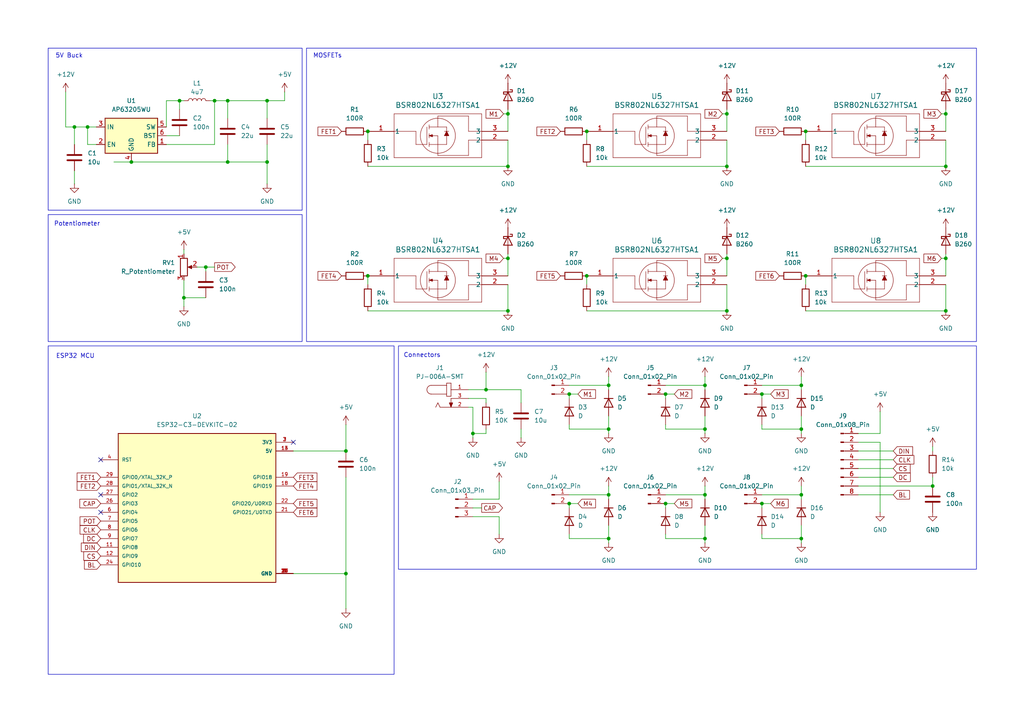
<source format=kicad_sch>
(kicad_sch (version 20231120) (generator "eeschema") (generator_version "8.0")
  (paper "A4")
  (lib_symbols
    (symbol "2024-11-24_04-14-59:BSR802NL6327HTSA1" (pin_names (offset 0.254))
      (property "Reference" "U" (at 20.32 10.16 0))
      (property "Value" "BSR802NL6327HTSA1" (at 20.32 7.62 0))
      (symbol "BSR802NL6327HTSA1_0_1"
        (pin unspecified line (at 0 0 0) (length 7.62) (name "1") (number "1"))
        (pin unspecified line (at 40.64 -2.54 180) (length 7.62) (name "2") (number "2"))
        (pin unspecified line (at 40.64 0 180) (length 7.62) (name "3") (number "3"))
      )
    )
    (symbol "Connector:Conn_01x02_Pin" (pin_names (offset 1.016) hide)
      (property "Reference" "J" (at 0 2.54 0))
      (property "Value" "Conn_01x02_Pin" (at 0 -5.08 0))
      (symbol "Conn_01x02_Pin_1_1"
        (pin passive line (at 5.08 0 180) (length 3.81) (name "Pin_1") (number "1"))
        (pin passive line (at 5.08 -2.54 180) (length 3.81) (name "Pin_2") (number "2"))
      )
    )
    (symbol "Connector:Conn_01x03_Pin" (pin_names (offset 1.016) hide)
      (property "Reference" "J" (at 0 5.08 0))
      (property "Value" "Conn_01x03_Pin" (at 0 -5.08 0))
      (symbol "Conn_01x03_Pin_1_1"
        (pin passive line (at 5.08 2.54 180) (length 3.81) (name "Pin_1") (number "1"))
        (pin passive line (at 5.08 0 180) (length 3.81) (name "Pin_2") (number "2"))
        (pin passive line (at 5.08 -2.54 180) (length 3.81) (name "Pin_3") (number "3"))
      )
    )
    (symbol "Connector:Conn_01x08_Pin" (pin_names (offset 1.016) hide)
      (property "Reference" "J" (at 0 10.16 0))
      (property "Value" "Conn_01x08_Pin" (at 0 -12.7 0))
      (symbol "Conn_01x08_Pin_1_1"
        (pin passive line (at 5.08 7.62 180) (length 3.81) (name "Pin_1") (number "1"))
        (pin passive line (at 5.08 5.08 180) (length 3.81) (name "Pin_2") (number "2"))
        (pin passive line (at 5.08 2.54 180) (length 3.81) (name "Pin_3") (number "3"))
        (pin passive line (at 5.08 0 180) (length 3.81) (name "Pin_4") (number "4"))
        (pin passive line (at 5.08 -2.54 180) (length 3.81) (name "Pin_5") (number "5"))
        (pin passive line (at 5.08 -5.08 180) (length 3.81) (name "Pin_6") (number "6"))
        (pin passive line (at 5.08 -7.62 180) (length 3.81) (name "Pin_7") (number "7"))
        (pin passive line (at 5.08 -10.16 180) (length 3.81) (name "Pin_8") (number "8"))
      )
    )
    (symbol "Device:C" (pin_numbers hide) (pin_names (offset 0.254))
      (property "Reference" "C" (at 0.635 2.54 0))
      (property "Value" "C" (at 0.635 -2.54 0))
      (symbol "C_1_1"
        (pin passive line (at 0 3.81 270) (length 2.794) (name "~") (number "1"))
        (pin passive line (at 0 -3.81 90) (length 2.794) (name "~") (number "2"))
      )
    )
    (symbol "Device:D" (pin_numbers hide) (pin_names (offset 1.016) hide)
      (property "Reference" "D" (at 0 2.54 0))
      (property "Value" "D" (at 0 -2.54 0))
      (symbol "D_1_1"
        (pin passive line (at -3.81 0 0) (length 2.54) (name "K") (number "1"))
        (pin passive line (at 3.81 0 180) (length 2.54) (name "A") (number "2"))
      )
    )
    (symbol "Device:L" (pin_numbers hide) (pin_names (offset 1.016) hide)
      (property "Reference" "L" (at -1.27 0 90))
      (property "Value" "L" (at 1.905 0 90))
      (symbol "L_1_1"
        (pin passive line (at 0 3.81 270) (length 1.27) (name "1") (number "1"))
        (pin passive line (at 0 -3.81 90) (length 1.27) (name "2") (number "2"))
      )
    )
    (symbol "Device:R" (pin_numbers hide) (pin_names (offset 0))
      (property "Reference" "R" (at 2.032 0 90))
      (property "Value" "R" (at 0 0 90))
      (symbol "R_1_1"
        (pin passive line (at 0 3.81 270) (length 1.27) (name "~") (number "1"))
        (pin passive line (at 0 -3.81 90) (length 1.27) (name "~") (number "2"))
      )
    )
    (symbol "Device:R_Potentiometer" (pin_names (offset 1.016) hide)
      (property "Reference" "RV" (at -4.445 0 90))
      (property "Value" "R_Potentiometer" (at -2.54 0 90))
      (symbol "R_Potentiometer_1_1"
        (pin passive line (at 0 3.81 270) (length 1.27) (name "1") (number "1"))
        (pin passive line (at 3.81 0 180) (length 1.27) (name "2") (number "2"))
        (pin passive line (at 0 -3.81 90) (length 1.27) (name "3") (number "3"))
      )
    )
    (symbol "Diode:B260" (pin_numbers hide) (pin_names (offset 1.016) hide)
      (property "Reference" "D" (at 0 2.54 0))
      (property "Value" "B260" (at 0 -2.54 0))
      (symbol "B260_1_1"
        (pin passive line (at -3.81 0 0) (length 2.54) (name "K") (number "1"))
        (pin passive line (at 3.81 0 180) (length 2.54) (name "A") (number "2"))
      )
    )
    (symbol "ESP32-C3-DEVKITC-02:ESP32-C3-DEVKITC-02" (pin_names (offset 1.016))
      (property "Reference" "U" (at -22.86 21.209 0))
      (property "Value" "ESP32-C3-DEVKITC-02" (at -22.86 -25.4 0))
      (symbol "ESP32-C3-DEVKITC-02_0_0"
        (pin power_in line (at 27.94 -20.32 180) (length 5.08) (name "GND") (number "1"))
        (pin power_in line (at 27.94 -20.32 180) (length 5.08) (name "GND") (number "10"))
        (pin bidirectional line (at -27.94 -12.7 0) (length 5.08) (name "GPIO8") (number "11"))
        (pin bidirectional line (at -27.94 -15.24 0) (length 5.08) (name "GPIO9") (number "12"))
        (pin power_in line (at 27.94 15.24 180) (length 5.08) (name "5V") (number "13"))
        (pin power_in line (at 27.94 15.24 180) (length 5.08) (name "5V") (number "14"))
        (pin power_in line (at 27.94 -20.32 180) (length 5.08) (name "GND") (number "15"))
        (pin power_in line (at 27.94 -20.32 180) (length 5.08) (name "GND") (number "16"))
        (pin power_in line (at 27.94 -20.32 180) (length 5.08) (name "GND") (number "17"))
        (pin bidirectional line (at 27.94 5.08 180) (length 5.08) (name "GPIO19") (number "18"))
        (pin bidirectional line (at 27.94 7.62 180) (length 5.08) (name "GPIO18") (number "19"))
        (pin power_in line (at 27.94 17.78 180) (length 5.08) (name "3V3") (number "2"))
        (pin power_in line (at 27.94 -20.32 180) (length 5.08) (name "GND") (number "20"))
        (pin bidirectional line (at 27.94 -2.54 180) (length 5.08) (name "GPIO21/U0TXD") (number "21"))
        (pin bidirectional line (at 27.94 0 180) (length 5.08) (name "GPIO20/U0RXD") (number "22"))
        (pin power_in line (at 27.94 -20.32 180) (length 5.08) (name "GND") (number "23"))
        (pin bidirectional line (at -27.94 -17.78 0) (length 5.08) (name "GPIO10") (number "24"))
        (pin power_in line (at 27.94 -20.32 180) (length 5.08) (name "GND") (number "25"))
        (pin bidirectional line (at -27.94 0 0) (length 5.08) (name "GPIO3") (number "26"))
        (pin bidirectional line (at -27.94 2.54 0) (length 5.08) (name "GPIO2") (number "27"))
        (pin bidirectional line (at -27.94 5.08 0) (length 5.08) (name "GPIO1/XTAL_32K_N") (number "28"))
        (pin bidirectional line (at -27.94 7.62 0) (length 5.08) (name "GPIO0/XTAL_32K_P") (number "29"))
        (pin power_in line (at 27.94 17.78 180) (length 5.08) (name "3V3") (number "3"))
        (pin power_in line (at 27.94 -20.32 180) (length 5.08) (name "GND") (number "30"))
        (pin input line (at -27.94 12.7 0) (length 5.08) (name "RST") (number "4"))
        (pin power_in line (at 27.94 -20.32 180) (length 5.08) (name "GND") (number "5"))
        (pin bidirectional line (at -27.94 -2.54 0) (length 5.08) (name "GPIO4") (number "6"))
        (pin bidirectional line (at -27.94 -5.08 0) (length 5.08) (name "GPIO5") (number "7"))
        (pin bidirectional line (at -27.94 -7.62 0) (length 5.08) (name "GPIO6") (number "8"))
        (pin bidirectional line (at -27.94 -10.16 0) (length 5.08) (name "GPIO7") (number "9"))
      )
    )
    (symbol "PJ-006A-SMT:PJ-006A-SMT" (pin_names (offset 1.016))
      (property "Reference" "J" (at -7.6253 5.0835 0))
      (property "Value" "PJ-006A-SMT" (at -7.6314 -5.0876 0))
      (symbol "PJ-006A-SMT_0_0"
        (pin passive line (at 5.08 2.54 180) (length 5.08) (name "~") (number "1"))
        (pin passive line (at 5.08 -2.54 180) (length 5.08) (name "~") (number "2"))
        (pin passive line (at 5.08 0 180) (length 5.08) (name "~") (number "3"))
      )
    )
    (symbol "Regulator_Switching:AP63205WU"
      (property "Reference" "U" (at -7.62 6.35 0))
      (property "Value" "AP63205WU" (at 2.54 6.35 0))
      (symbol "AP63205WU_1_1"
        (pin input line (at 10.16 -2.54 180) (length 2.54) (name "FB") (number "1"))
        (pin input line (at -10.16 -2.54 0) (length 2.54) (name "EN") (number "2"))
        (pin power_in line (at -10.16 2.54 0) (length 2.54) (name "IN") (number "3"))
        (pin power_in line (at 0 -7.62 90) (length 2.54) (name "GND") (number "4"))
        (pin output line (at 10.16 2.54 180) (length 2.54) (name "SW") (number "5"))
        (pin passive line (at 10.16 0 180) (length 2.54) (name "BST") (number "6"))
      )
    )
    (symbol "power:+12V" (power) (pin_numbers hide) (pin_names (offset 0) hide)
      (property "Value" "+12V" (at 0 3.556 0))
      (symbol "+12V_1_1"
        (pin power_in line (at 0 0 90) (length 0) (name "~") (number "1"))
      )
    )
    (symbol "power:+5V" (power) (pin_numbers hide) (pin_names (offset 0) hide)
      (property "Value" "+5V" (at 0 3.556 0))
      (symbol "+5V_1_1"
        (pin power_in line (at 0 0 90) (length 0) (name "~") (number "1"))
      )
    )
    (symbol "power:GND" (power) (pin_numbers hide) (pin_names (offset 0) hide)
      (property "Value" "GND" (at 0 -3.81 0))
      (symbol "GND_1_1"
        (pin power_in line (at 0 0 270) (length 0) (name "~") (number "1"))
      )
    )
  )
  (junction (at 147.32 90.17))
  (junction (at 38.1 46.99))
  (junction (at 106.68 38.1))
  (junction (at 137.16 125.73))
  (junction (at 140.97 113.03))
  (junction (at 204.47 124.46))
  (junction (at 210.82 33.02))
  (junction (at 220.98 114.3))
  (junction (at 176.53 156.21))
  (junction (at 52.07 29.21))
  (junction (at 147.32 48.26))
  (junction (at 165.1 146.05))
  (junction (at 204.47 143.51))
  (junction (at 176.53 111.76))
  (junction (at 193.04 114.3))
  (junction (at 232.41 156.21))
  (junction (at 210.82 90.17))
  (junction (at 170.18 38.1))
  (junction (at 77.47 46.99))
  (junction (at 274.32 90.17))
  (junction (at 100.33 166.37))
  (junction (at 62.23 29.21))
  (junction (at 25.4 36.83))
  (junction (at 210.82 48.26))
  (junction (at 77.47 29.21))
  (junction (at 270.51 140.97))
  (junction (at 232.41 143.51))
  (junction (at 232.41 124.46))
  (junction (at 165.1 114.3))
  (junction (at 66.04 46.99))
  (junction (at 233.68 38.1))
  (junction (at 274.32 33.02))
  (junction (at 176.53 143.51))
  (junction (at 274.32 48.26))
  (junction (at 193.04 146.05))
  (junction (at 100.33 130.81))
  (junction (at 66.04 29.21))
  (junction (at 233.68 80.01))
  (junction (at 147.32 74.93))
  (junction (at 220.98 146.05))
  (junction (at 274.32 74.93))
  (junction (at 59.69 77.47))
  (junction (at 210.82 74.93))
  (junction (at 176.53 124.46))
  (junction (at 21.59 36.83))
  (junction (at 204.47 111.76))
  (junction (at 106.68 80.01))
  (junction (at 147.32 33.02))
  (junction (at 204.47 156.21))
  (junction (at 170.18 80.01))
  (junction (at 53.34 86.36))
  (junction (at 232.41 111.76))
  (no_connect (at 29.21 148.59))
  (no_connect (at 29.21 133.35))
  (no_connect (at 29.21 143.51))
  (no_connect (at 85.09 128.27))
  (wire (pts (xy 53.34 86.36) (xy 59.69 86.36)))
  (wire (pts (xy 232.41 144.78) (xy 232.41 143.51)))
  (wire (pts (xy 85.09 130.81) (xy 100.33 130.81)))
  (wire (pts (xy 25.4 36.83) (xy 27.94 36.83)))
  (wire (pts (xy 165.1 146.05) (xy 165.1 147.32)))
  (wire (pts (xy 147.32 74.93) (xy 147.32 80.01)))
  (wire (pts (xy 82.55 26.67) (xy 82.55 29.21)))
  (wire (pts (xy 193.04 114.3) (xy 195.58 114.3)))
  (wire (pts (xy 193.04 123.19) (xy 193.04 124.46)))
  (wire (pts (xy 140.97 107.95) (xy 140.97 113.03)))
  (wire (pts (xy 165.1 114.3) (xy 167.64 114.3)))
  (wire (pts (xy 248.92 143.51) (xy 259.08 143.51)))
  (wire (pts (xy 147.32 40.64) (xy 147.32 48.26)))
  (wire (pts (xy 176.53 156.21) (xy 176.53 157.48)))
  (wire (pts (xy 248.92 125.73) (xy 255.27 125.73)))
  (wire (pts (xy 274.32 82.55) (xy 274.32 90.17)))
  (wire (pts (xy 220.98 111.76) (xy 232.41 111.76)))
  (wire (pts (xy 53.34 86.36) (xy 53.34 88.9)))
  (wire (pts (xy 193.04 146.05) (xy 195.58 146.05)))
  (wire (pts (xy 233.68 90.17) (xy 274.32 90.17)))
  (wire (pts (xy 137.16 144.78) (xy 144.78 144.78)))
  (wire (pts (xy 62.23 29.21) (xy 66.04 29.21)))
  (wire (pts (xy 140.97 124.46) (xy 140.97 125.73)))
  (wire (pts (xy 232.41 120.65) (xy 232.41 124.46)))
  (wire (pts (xy 204.47 124.46) (xy 204.47 125.73)))
  (wire (pts (xy 220.98 146.05) (xy 223.52 146.05)))
  (wire (pts (xy 204.47 109.22) (xy 204.47 111.76)))
  (wire (pts (xy 220.98 146.05) (xy 220.98 147.32)))
  (wire (pts (xy 274.32 33.02) (xy 274.32 38.1)))
  (wire (pts (xy 204.47 113.03) (xy 204.47 111.76)))
  (wire (pts (xy 52.07 29.21) (xy 52.07 31.75)))
  (wire (pts (xy 232.41 124.46) (xy 232.41 125.73)))
  (wire (pts (xy 25.4 41.91) (xy 27.94 41.91)))
  (wire (pts (xy 19.05 36.83) (xy 21.59 36.83)))
  (wire (pts (xy 176.53 120.65) (xy 176.53 124.46)))
  (wire (pts (xy 165.1 124.46) (xy 176.53 124.46)))
  (wire (pts (xy 210.82 40.64) (xy 210.82 48.26)))
  (wire (pts (xy 66.04 29.21) (xy 77.47 29.21)))
  (wire (pts (xy 232.41 156.21) (xy 232.41 157.48)))
  (wire (pts (xy 220.98 114.3) (xy 220.98 115.57)))
  (wire (pts (xy 66.04 46.99) (xy 77.47 46.99)))
  (wire (pts (xy 255.27 128.27) (xy 255.27 148.59)))
  (wire (pts (xy 151.13 124.46) (xy 151.13 127)))
  (wire (pts (xy 106.68 80.01) (xy 106.68 82.55)))
  (wire (pts (xy 21.59 36.83) (xy 21.59 41.91)))
  (wire (pts (xy 140.97 113.03) (xy 151.13 113.03)))
  (wire (pts (xy 165.1 123.19) (xy 165.1 124.46)))
  (wire (pts (xy 106.68 90.17) (xy 147.32 90.17)))
  (wire (pts (xy 220.98 154.94) (xy 220.98 156.21)))
  (wire (pts (xy 248.92 130.81) (xy 259.08 130.81)))
  (wire (pts (xy 204.47 144.78) (xy 204.47 143.51)))
  (wire (pts (xy 77.47 29.21) (xy 82.55 29.21)))
  (wire (pts (xy 165.1 111.76) (xy 176.53 111.76)))
  (wire (pts (xy 48.26 36.83) (xy 48.26 29.21)))
  (wire (pts (xy 209.55 33.02) (xy 210.82 33.02)))
  (wire (pts (xy 165.1 156.21) (xy 176.53 156.21)))
  (wire (pts (xy 193.04 124.46) (xy 204.47 124.46)))
  (wire (pts (xy 53.34 72.39) (xy 53.34 73.66)))
  (wire (pts (xy 176.53 113.03) (xy 176.53 111.76)))
  (wire (pts (xy 193.04 154.94) (xy 193.04 156.21)))
  (wire (pts (xy 204.47 120.65) (xy 204.47 124.46)))
  (wire (pts (xy 137.16 149.86) (xy 144.78 149.86)))
  (wire (pts (xy 144.78 149.86) (xy 144.78 154.94)))
  (wire (pts (xy 232.41 152.4) (xy 232.41 156.21)))
  (wire (pts (xy 77.47 46.99) (xy 77.47 53.34)))
  (wire (pts (xy 137.16 125.73) (xy 137.16 127)))
  (wire (pts (xy 220.98 124.46) (xy 232.41 124.46)))
  (wire (pts (xy 255.27 119.38) (xy 255.27 125.73)))
  (wire (pts (xy 19.05 26.67) (xy 19.05 36.83)))
  (wire (pts (xy 176.53 140.97) (xy 176.53 143.51)))
  (wire (pts (xy 85.09 166.37) (xy 100.33 166.37)))
  (wire (pts (xy 66.04 46.99) (xy 66.04 41.91)))
  (wire (pts (xy 176.53 124.46) (xy 176.53 125.73)))
  (wire (pts (xy 220.98 156.21) (xy 232.41 156.21)))
  (wire (pts (xy 210.82 82.55) (xy 210.82 90.17)))
  (wire (pts (xy 135.89 113.03) (xy 140.97 113.03)))
  (wire (pts (xy 204.47 156.21) (xy 204.47 157.48)))
  (wire (pts (xy 140.97 125.73) (xy 137.16 125.73)))
  (wire (pts (xy 270.51 129.54) (xy 270.51 130.81)))
  (wire (pts (xy 147.32 33.02) (xy 147.32 38.1)))
  (wire (pts (xy 270.51 138.43) (xy 270.51 140.97)))
  (wire (pts (xy 220.98 143.51) (xy 232.41 143.51)))
  (wire (pts (xy 248.92 138.43) (xy 259.08 138.43)))
  (wire (pts (xy 210.82 73.66) (xy 210.82 74.93)))
  (wire (pts (xy 176.53 152.4) (xy 176.53 156.21)))
  (wire (pts (xy 210.82 74.93) (xy 210.82 80.01)))
  (wire (pts (xy 274.32 31.75) (xy 274.32 33.02)))
  (wire (pts (xy 232.41 109.22) (xy 232.41 111.76)))
  (wire (pts (xy 38.1 46.99) (xy 66.04 46.99)))
  (wire (pts (xy 135.89 118.11) (xy 137.16 118.11)))
  (wire (pts (xy 165.1 146.05) (xy 167.64 146.05)))
  (wire (pts (xy 204.47 152.4) (xy 204.47 156.21)))
  (wire (pts (xy 170.18 80.01) (xy 170.18 82.55)))
  (wire (pts (xy 146.05 74.93) (xy 147.32 74.93)))
  (wire (pts (xy 209.55 74.93) (xy 210.82 74.93)))
  (wire (pts (xy 210.82 33.02) (xy 210.82 38.1)))
  (wire (pts (xy 176.53 144.78) (xy 176.53 143.51)))
  (wire (pts (xy 170.18 38.1) (xy 170.18 40.64)))
  (wire (pts (xy 248.92 135.89) (xy 259.08 135.89)))
  (wire (pts (xy 77.47 29.21) (xy 77.47 34.29)))
  (wire (pts (xy 140.97 115.57) (xy 140.97 116.84)))
  (wire (pts (xy 106.68 48.26) (xy 147.32 48.26)))
  (wire (pts (xy 151.13 113.03) (xy 151.13 116.84)))
  (wire (pts (xy 193.04 111.76) (xy 204.47 111.76)))
  (wire (pts (xy 165.1 114.3) (xy 165.1 115.57)))
  (wire (pts (xy 147.32 73.66) (xy 147.32 74.93)))
  (wire (pts (xy 233.68 38.1) (xy 233.68 40.64)))
  (wire (pts (xy 100.33 123.19) (xy 100.33 130.81)))
  (wire (pts (xy 232.41 140.97) (xy 232.41 143.51)))
  (wire (pts (xy 100.33 138.43) (xy 100.33 166.37)))
  (wire (pts (xy 274.32 73.66) (xy 274.32 74.93)))
  (wire (pts (xy 59.69 77.47) (xy 59.69 78.74)))
  (wire (pts (xy 137.16 147.32) (xy 139.7 147.32)))
  (wire (pts (xy 170.18 48.26) (xy 210.82 48.26)))
  (wire (pts (xy 52.07 29.21) (xy 53.34 29.21)))
  (wire (pts (xy 21.59 49.53) (xy 21.59 53.34)))
  (wire (pts (xy 220.98 114.3) (xy 223.52 114.3)))
  (wire (pts (xy 233.68 80.01) (xy 233.68 82.55)))
  (wire (pts (xy 62.23 41.91) (xy 62.23 29.21)))
  (wire (pts (xy 273.05 33.02) (xy 274.32 33.02)))
  (wire (pts (xy 147.32 31.75) (xy 147.32 33.02)))
  (wire (pts (xy 274.32 74.93) (xy 274.32 80.01)))
  (wire (pts (xy 21.59 36.83) (xy 25.4 36.83)))
  (wire (pts (xy 176.53 109.22) (xy 176.53 111.76)))
  (wire (pts (xy 193.04 143.51) (xy 204.47 143.51)))
  (wire (pts (xy 25.4 36.83) (xy 25.4 41.91)))
  (wire (pts (xy 77.47 46.99) (xy 77.47 41.91)))
  (wire (pts (xy 165.1 143.51) (xy 176.53 143.51)))
  (wire (pts (xy 100.33 166.37) (xy 100.33 176.53)))
  (wire (pts (xy 106.68 38.1) (xy 106.68 40.64)))
  (wire (pts (xy 57.15 77.47) (xy 59.69 77.47)))
  (wire (pts (xy 66.04 29.21) (xy 66.04 34.29)))
  (wire (pts (xy 48.26 39.37) (xy 52.07 39.37)))
  (wire (pts (xy 146.05 33.02) (xy 147.32 33.02)))
  (wire (pts (xy 220.98 123.19) (xy 220.98 124.46)))
  (wire (pts (xy 232.41 113.03) (xy 232.41 111.76)))
  (wire (pts (xy 48.26 41.91) (xy 62.23 41.91)))
  (wire (pts (xy 59.69 77.47) (xy 62.23 77.47)))
  (wire (pts (xy 147.32 82.55) (xy 147.32 90.17)))
  (wire (pts (xy 233.68 48.26) (xy 274.32 48.26)))
  (wire (pts (xy 248.92 133.35) (xy 259.08 133.35)))
  (wire (pts (xy 193.04 156.21) (xy 204.47 156.21)))
  (wire (pts (xy 193.04 146.05) (xy 193.04 147.32)))
  (wire (pts (xy 137.16 118.11) (xy 137.16 125.73)))
  (wire (pts (xy 170.18 90.17) (xy 210.82 90.17)))
  (wire (pts (xy 53.34 81.28) (xy 53.34 86.36)))
  (wire (pts (xy 33.02 46.99) (xy 38.1 46.99)))
  (wire (pts (xy 135.89 115.57) (xy 140.97 115.57)))
  (wire (pts (xy 193.04 114.3) (xy 193.04 115.57)))
  (wire (pts (xy 144.78 139.7) (xy 144.78 144.78)))
  (wire (pts (xy 274.32 40.64) (xy 274.32 48.26)))
  (wire (pts (xy 165.1 154.94) (xy 165.1 156.21)))
  (wire (pts (xy 273.05 74.93) (xy 274.32 74.93)))
  (wire (pts (xy 248.92 140.97) (xy 270.51 140.97)))
  (wire (pts (xy 248.92 128.27) (xy 255.27 128.27)))
  (wire (pts (xy 60.96 29.21) (xy 62.23 29.21)))
  (wire (pts (xy 210.82 31.75) (xy 210.82 33.02)))
  (wire (pts (xy 48.26 29.21) (xy 52.07 29.21)))
  (wire (pts (xy 204.47 140.97) (xy 204.47 143.51)))
  (rectangle (start 88.9 13.97) (end 283.21 99.06))
  (rectangle (start 13.97 62.23) (end 87.63 99.06))
  (rectangle (start 13.97 13.97) (end 87.63 60.96))
  (rectangle (start 13.97 100.33) (end 114.3 195.58))
  (rectangle (start 115.57 100.33) (end 283.21 165.1))
  (text "ESP32 MCU\n" (at 21.844 103.378 0) (effects (font (size 1.27 1.27))))
  (text "5V Buck" (at 20.066 16.256 0) (effects (font (size 1.27 1.27))))
  (text "Connectors\n" (at 122.428 103.124 0) (effects (font (size 1.27 1.27))))
  (text "Potentiometer\n" (at 22.352 65.024 0) (effects (font (size 1.27 1.27))))
  (text "MOSFETs\n" (at 94.996 16.256 0) (effects (font (size 1.27 1.27))))
  (global_label "M1" (shape input) (at 167.64 114.3 0) (property "Intersheetrefs" "${INTERSHEET_REFS}" (effects (hide yes))))
  (global_label "FET6" (shape input) (at 85.09 148.59 0) (property "Intersheetrefs" "${INTERSHEET_REFS}" (effects (hide yes))))
  (global_label "M6" (shape input) (at 273.05 74.93 180) (property "Intersheetrefs" "${INTERSHEET_REFS}" (effects (hide yes))))
  (global_label "FET5" (shape input) (at 162.56 80.01 180) (property "Intersheetrefs" "${INTERSHEET_REFS}" (effects (hide yes))))
  (global_label "M5" (shape input) (at 209.55 74.93 180) (property "Intersheetrefs" "${INTERSHEET_REFS}" (effects (hide yes))))
  (global_label "POT" (shape input) (at 29.21 151.13 180) (property "Intersheetrefs" "${INTERSHEET_REFS}" (effects (hide yes))))
  (global_label "FET1" (shape input) (at 29.21 138.43 180) (property "Intersheetrefs" "${INTERSHEET_REFS}" (effects (hide yes))))
  (global_label "FET1" (shape input) (at 99.06 38.1 180) (property "Intersheetrefs" "${INTERSHEET_REFS}" (effects (hide yes))))
  (global_label "M2" (shape input) (at 195.58 114.3 0) (property "Intersheetrefs" "${INTERSHEET_REFS}" (effects (hide yes))))
  (global_label "FET4" (shape input) (at 99.06 80.01 180) (property "Intersheetrefs" "${INTERSHEET_REFS}" (effects (hide yes))))
  (global_label "M4" (shape input) (at 146.05 74.93 180) (property "Intersheetrefs" "${INTERSHEET_REFS}" (effects (hide yes))))
  (global_label "M3" (shape input) (at 223.52 114.3 0) (property "Intersheetrefs" "${INTERSHEET_REFS}" (effects (hide yes))))
  (global_label "CAP" (shape input) (at 29.21 146.05 180) (property "Intersheetrefs" "${INTERSHEET_REFS}" (effects (hide yes))))
  (global_label "FET3" (shape input) (at 85.09 138.43 0) (property "Intersheetrefs" "${INTERSHEET_REFS}" (effects (hide yes))))
  (global_label "FET4" (shape input) (at 85.09 140.97 0) (property "Intersheetrefs" "${INTERSHEET_REFS}" (effects (hide yes))))
  (global_label "DC" (shape input) (at 29.21 156.21 180) (property "Intersheetrefs" "${INTERSHEET_REFS}" (effects (hide yes))))
  (global_label "DIN" (shape input) (at 259.08 130.81 0) (property "Intersheetrefs" "${INTERSHEET_REFS}" (effects (hide yes))))
  (global_label "M6" (shape input) (at 223.52 146.05 0) (property "Intersheetrefs" "${INTERSHEET_REFS}" (effects (hide yes))))
  (global_label "M4" (shape input) (at 167.64 146.05 0) (property "Intersheetrefs" "${INTERSHEET_REFS}" (effects (hide yes))))
  (global_label "CLK" (shape input) (at 259.08 133.35 0) (property "Intersheetrefs" "${INTERSHEET_REFS}" (effects (hide yes))))
  (global_label "FET2" (shape input) (at 29.21 140.97 180) (property "Intersheetrefs" "${INTERSHEET_REFS}" (effects (hide yes))))
  (global_label "M5" (shape input) (at 195.58 146.05 0) (property "Intersheetrefs" "${INTERSHEET_REFS}" (effects (hide yes))))
  (global_label "CLK" (shape input) (at 29.21 153.67 180) (property "Intersheetrefs" "${INTERSHEET_REFS}" (effects (hide yes))))
  (global_label "DC" (shape input) (at 259.08 138.43 0) (property "Intersheetrefs" "${INTERSHEET_REFS}" (effects (hide yes))))
  (global_label "FET5" (shape input) (at 85.09 146.05 0) (property "Intersheetrefs" "${INTERSHEET_REFS}" (effects (hide yes))))
  (global_label "FET2" (shape input) (at 162.56 38.1 180) (property "Intersheetrefs" "${INTERSHEET_REFS}" (effects (hide yes))))
  (global_label "M2" (shape input) (at 209.55 33.02 180) (property "Intersheetrefs" "${INTERSHEET_REFS}" (effects (hide yes))))
  (global_label "M1" (shape input) (at 146.05 33.02 180) (property "Intersheetrefs" "${INTERSHEET_REFS}" (effects (hide yes))))
  (global_label "M3" (shape input) (at 273.05 33.02 180) (property "Intersheetrefs" "${INTERSHEET_REFS}" (effects (hide yes))))
  (global_label "FET3" (shape input) (at 226.06 38.1 180) (property "Intersheetrefs" "${INTERSHEET_REFS}" (effects (hide yes))))
  (global_label "POT" (shape output) (at 62.23 77.47 0) (property "Intersheetrefs" "${INTERSHEET_REFS}" (effects (hide yes))))
  (global_label "CS" (shape input) (at 29.21 161.29 180) (property "Intersheetrefs" "${INTERSHEET_REFS}" (effects (hide yes))))
  (global_label "BL" (shape input) (at 259.08 143.51 0) (property "Intersheetrefs" "${INTERSHEET_REFS}" (effects (hide yes))))
  (global_label "FET6" (shape input) (at 226.06 80.01 180) (property "Intersheetrefs" "${INTERSHEET_REFS}" (effects (hide yes))))
  (global_label "DIN" (shape input) (at 29.21 158.75 180) (property "Intersheetrefs" "${INTERSHEET_REFS}" (effects (hide yes))))
  (global_label "BL" (shape input) (at 29.21 163.83 180) (property "Intersheetrefs" "${INTERSHEET_REFS}" (effects (hide yes))))
  (global_label "CAP" (shape output) (at 139.7 147.32 0) (property "Intersheetrefs" "${INTERSHEET_REFS}" (effects (hide yes))))
  (global_label "CS" (shape input) (at 259.08 135.89 0) (property "Intersheetrefs" "${INTERSHEET_REFS}" (effects (hide yes))))
  (symbol (lib_id "power:+12V") (at 204.47 109.22 0) (unit 1)
    (property "Reference" "#PWR022" (effects (hide yes)))
    (property "Value" "+12V" (at 204.47 104.14 0))
    (property "Description" "Power symbol creates a global label with name \"+12V\"" (effects (hide yes)))
  )
  (symbol (lib_id "2024-11-24_04-14-59:BSR802NL6327HTSA1") (at 106.68 38.1 0) (unit 1)
    (property "Reference" "U3" (at 127 27.94 0) (effects (font (size 1.524 1.524))))
    (property "Value" "BSR802NL6327HTSA1" (at 127 30.48 0) (effects (font (size 1.524 1.524))))
    (property "Footprint" "PG-SC59_INF" (effects (hide yes)))
    (property "Datasheet" "BSR802NL6327HTSA1" (effects (hide yes)))
  )
  (symbol (lib_id "power:GND") (at 144.78 154.94 0) (unit 1)
    (property "Reference" "#PWR012" (effects (hide yes)))
    (property "Value" "GND" (at 144.78 160.02 0))
    (property "Description" "Power symbol creates a global label with name \"GND\" , ground" (effects (hide yes)))
  )
  (symbol (lib_id "Device:R") (at 106.68 44.45 0) (unit 1)
    (property "Reference" "R3" (at 109.22 43.1799 0) (effects (justify left)))
    (property "Value" "10k" (at 109.22 45.7199 0) (effects (justify left)))
    (property "Description" "Resistor" (effects (hide yes)))
  )
  (symbol (lib_id "power:+12V") (at 274.32 66.04 0) (unit 1)
    (property "Reference" "#PWR040" (effects (hide yes)))
    (property "Value" "+12V" (at 274.32 60.96 0))
    (property "Description" "Power symbol creates a global label with name \"+12V\"" (effects (hide yes)))
  )
  (symbol (lib_id "2024-11-24_04-14-59:BSR802NL6327HTSA1") (at 170.18 38.1 0) (unit 1)
    (property "Reference" "U5" (at 190.5 27.94 0) (effects (font (size 1.524 1.524))))
    (property "Value" "BSR802NL6327HTSA1" (at 190.5 30.48 0) (effects (font (size 1.524 1.524))))
    (property "Footprint" "PG-SC59_INF" (effects (hide yes)))
    (property "Datasheet" "BSR802NL6327HTSA1" (effects (hide yes)))
  )
  (symbol (lib_id "power:GND") (at 147.32 90.17 0) (unit 1)
    (property "Reference" "#PWR016" (effects (hide yes)))
    (property "Value" "GND" (at 147.32 95.25 0))
    (property "Description" "Power symbol creates a global label with name \"GND\" , ground" (effects (hide yes)))
  )
  (symbol (lib_id "Device:C") (at 52.07 35.56 180) (unit 1)
    (property "Reference" "C2" (at 55.88 34.2899 0) (effects (justify right)))
    (property "Value" "100n" (at 55.88 36.8299 0) (effects (justify right)))
    (property "Description" "Unpolarized capacitor" (effects (hide yes)))
  )
  (symbol (lib_id "Device:C") (at 21.59 45.72 0) (unit 1)
    (property "Reference" "C1" (at 25.4 44.4499 0) (effects (justify left)))
    (property "Value" "10u" (at 25.4 46.9899 0) (effects (justify left)))
    (property "Description" "Unpolarized capacitor" (effects (hide yes)))
  )
  (symbol (lib_id "power:+12V") (at 19.05 26.67 0) (unit 1)
    (property "Reference" "#PWR01" (effects (hide yes)))
    (property "Value" "+12V" (at 19.05 21.59 0))
    (property "Description" "Power symbol creates a global label with name \"+12V\"" (effects (hide yes)))
  )
  (symbol (lib_id "power:GND") (at 255.27 148.59 0) (unit 1)
    (property "Reference" "#PWR035" (effects (hide yes)))
    (property "Value" "GND" (at 255.27 153.67 0))
    (property "Description" "Power symbol creates a global label with name \"GND\" , ground" (effects (hide yes)))
  )
  (symbol (lib_id "power:GND") (at 270.51 148.59 0) (unit 1)
    (property "Reference" "#PWR037" (effects (hide yes)))
    (property "Value" "GND" (at 270.51 153.67 0))
    (property "Description" "Power symbol creates a global label with name \"GND\" , ground" (effects (hide yes)))
  )
  (symbol (lib_id "2024-11-24_04-14-59:BSR802NL6327HTSA1") (at 233.68 80.01 0) (unit 1)
    (property "Reference" "U8" (at 254 69.85 0) (effects (font (size 1.524 1.524))))
    (property "Value" "BSR802NL6327HTSA1" (at 254 72.39 0) (effects (font (size 1.524 1.524))))
    (property "Footprint" "PG-SC59_INF" (effects (hide yes)))
    (property "Datasheet" "BSR802NL6327HTSA1" (effects (hide yes)))
  )
  (symbol (lib_id "Device:R") (at 166.37 80.01 90) (unit 1)
    (property "Reference" "R7" (at 166.37 73.66 90))
    (property "Value" "100R" (at 166.37 76.2 90))
    (property "Description" "Resistor" (effects (hide yes)))
  )
  (symbol (lib_id "power:GND") (at 21.59 53.34 0) (unit 1)
    (property "Reference" "#PWR02" (effects (hide yes)))
    (property "Value" "GND" (at 21.59 58.42 0))
    (property "Description" "Power symbol creates a global label with name \"GND\" , ground" (effects (hide yes)))
  )
  (symbol (lib_id "power:GND") (at 176.53 157.48 0) (unit 1)
    (property "Reference" "#PWR021" (effects (hide yes)))
    (property "Value" "GND" (at 176.53 162.56 0))
    (property "Description" "Power symbol creates a global label with name \"GND\" , ground" (effects (hide yes)))
  )
  (symbol (lib_id "power:+12V") (at 210.82 24.13 0) (unit 1)
    (property "Reference" "#PWR026" (effects (hide yes)))
    (property "Value" "+12V" (at 210.82 19.05 0))
    (property "Description" "Power symbol creates a global label with name \"+12V\"" (effects (hide yes)))
  )
  (symbol (lib_id "2024-11-24_04-14-59:BSR802NL6327HTSA1") (at 170.18 80.01 0) (unit 1)
    (property "Reference" "U6" (at 190.5 69.85 0) (effects (font (size 1.524 1.524))))
    (property "Value" "BSR802NL6327HTSA1" (at 190.5 72.39 0) (effects (font (size 1.524 1.524))))
    (property "Footprint" "PG-SC59_INF" (effects (hide yes)))
    (property "Datasheet" "BSR802NL6327HTSA1" (effects (hide yes)))
  )
  (symbol (lib_id "Connector:Conn_01x08_Pin") (at 243.84 133.35 0) (unit 1)
    (property "Reference" "J9" (at 244.475 120.65 0))
    (property "Value" "Conn_01x08_Pin" (at 244.475 123.19 0))
    (property "Description" "Generic connector, single row, 01x08, script generated" (effects (hide yes)))
  )
  (symbol (lib_id "power:GND") (at 137.16 127 0) (unit 1)
    (property "Reference" "#PWR09" (effects (hide yes)))
    (property "Value" "GND" (at 137.16 132.08 0))
    (property "Description" "Power symbol creates a global label with name \"GND\" , ground" (effects (hide yes)))
  )
  (symbol (lib_id "power:GND") (at 210.82 90.17 0) (unit 1)
    (property "Reference" "#PWR029" (effects (hide yes)))
    (property "Value" "GND" (at 210.82 95.25 0))
    (property "Description" "Power symbol creates a global label with name \"GND\" , ground" (effects (hide yes)))
  )
  (symbol (lib_id "Device:C") (at 66.04 38.1 0) (unit 1)
    (property "Reference" "C4" (at 69.85 36.8299 0) (effects (justify left)))
    (property "Value" "22u" (at 69.85 39.3699 0) (effects (justify left)))
    (property "Description" "Unpolarized capacitor" (effects (hide yes)))
  )
  (symbol (lib_id "Diode:B260") (at 210.82 69.85 270) (unit 1)
    (property "Reference" "D12" (at 213.36 68.2624 90) (effects (justify left)))
    (property "Value" "B260" (at 213.36 70.8024 90) (effects (justify left)))
    (property "Footprint" "Diode_SMD:D_SMB" (effects (hide yes)))
    (property "Datasheet" "http://www.jameco.com/Jameco/Products/ProdDS/1538777.pdf" (effects (hide yes)))
    (property "Description" "60V 2A Schottky Barrier Rectifier Diode, SMB" (effects (hide yes)))
  )
  (symbol (lib_id "power:GND") (at 53.34 88.9 0) (unit 1)
    (property "Reference" "#PWR04" (effects (hide yes)))
    (property "Value" "GND" (at 53.34 93.98 0))
    (property "Description" "Power symbol creates a global label with name \"GND\" , ground" (effects (hide yes)))
  )
  (symbol (lib_id "power:GND") (at 151.13 127 0) (unit 1)
    (property "Reference" "#PWR017" (effects (hide yes)))
    (property "Value" "GND" (at 151.13 132.08 0))
    (property "Description" "Power symbol creates a global label with name \"GND\" , ground" (effects (hide yes)))
  )
  (symbol (lib_id "Device:D") (at 193.04 119.38 270) (unit 1)
    (property "Reference" "D7" (at 195.58 118.1099 90) (effects (justify left)))
    (property "Value" "D" (at 195.58 120.6499 90) (effects (justify left)))
    (property "Description" "Diode" (effects (hide yes)))
    (property "Sim.Device" "D" (effects (hide yes)))
    (property "Sim.Pins" "1=K 2=A" (effects (hide yes)))
  )
  (symbol (lib_id "Device:C") (at 270.51 144.78 0) (unit 1)
    (property "Reference" "C8" (at 274.32 143.5099 0) (effects (justify left)))
    (property "Value" "100n" (at 274.32 146.0499 0) (effects (justify left)))
    (property "Description" "Unpolarized capacitor" (effects (hide yes)))
  )
  (symbol (lib_id "Device:D") (at 165.1 119.38 270) (unit 1)
    (property "Reference" "D3" (at 167.64 118.1099 90) (effects (justify left)))
    (property "Value" "D" (at 167.64 120.6499 90) (effects (justify left)))
    (property "Description" "Diode" (effects (hide yes)))
    (property "Sim.Device" "D" (effects (hide yes)))
    (property "Sim.Pins" "1=K 2=A" (effects (hide yes)))
  )
  (symbol (lib_id "Device:D") (at 232.41 148.59 270) (unit 1)
    (property "Reference" "D16" (at 234.95 147.3199 90) (effects (justify left)))
    (property "Value" "D" (at 234.95 149.8599 90) (effects (justify left)))
    (property "Description" "Diode" (effects (hide yes)))
    (property "Sim.Device" "D" (effects (hide yes)))
    (property "Sim.Pins" "1=K 2=A" (effects (hide yes)))
  )
  (symbol (lib_id "power:+12V") (at 274.32 24.13 0) (unit 1)
    (property "Reference" "#PWR038" (effects (hide yes)))
    (property "Value" "+12V" (at 274.32 19.05 0))
    (property "Description" "Power symbol creates a global label with name \"+12V\"" (effects (hide yes)))
  )
  (symbol (lib_id "power:+12V") (at 140.97 107.95 0) (unit 1)
    (property "Reference" "#PWR010" (effects (hide yes)))
    (property "Value" "+12V" (at 140.97 102.87 0))
    (property "Description" "Power symbol creates a global label with name \"+12V\"" (effects (hide yes)))
  )
  (symbol (lib_id "ESP32-C3-DEVKITC-02:ESP32-C3-DEVKITC-02") (at 57.15 146.05 0) (unit 1)
    (property "Reference" "U2" (at 57.15 120.65 0))
    (property "Value" "ESP32-C3-DEVKITC-02" (at 57.15 123.19 0))
    (property "Footprint" "ESP32-C3-DEVKITC-02:XCVR_ESP32-C3-DEVKITC-02" (effects (hide yes)))
    (property "DigiKey_Part_Number" "1965-ESP32-C3-DEVKITC-02-ND" (effects (hide yes)))
    (property "SnapEDA_Link" "https://www.snapeda.com/parts/ESP32-C3-DevKitC-02/Espressif+Systems/view-part/?ref=snap" (effects (hide yes)))
    (property "Description_1" "\n                        \n                            Development Boards & Kits - Wireless (Engineering Samples) ESP32-C3 General-Purpose Development Board, embeds ESP32-C3-WROOM-02, 4 MB Flash, with Pin Header\n                        \n" (effects (hide yes)))
    (property "Package" "None" (effects (hide yes)))
    (property "Check_prices" "https://www.snapeda.com/parts/ESP32-C3-DevKitC-02/Espressif+Systems/view-part/?ref=eda" (effects (hide yes)))
    (property "STANDARD" "Manufacturer Recommendations" (effects (hide yes)))
    (property "MF" "Espressif Systems" (effects (hide yes)))
    (property "MP" "ESP32-C3-DevKitC-02" (effects (hide yes)))
    (property "MANUFACTURER" "Espressif" (effects (hide yes)))
  )
  (symbol (lib_id "power:+12V") (at 204.47 140.97 0) (unit 1)
    (property "Reference" "#PWR024" (effects (hide yes)))
    (property "Value" "+12V" (at 204.47 135.89 0))
    (property "Description" "Power symbol creates a global label with name \"+12V\"" (effects (hide yes)))
  )
  (symbol (lib_id "power:+5V") (at 53.34 72.39 0) (unit 1)
    (property "Reference" "#PWR03" (effects (hide yes)))
    (property "Value" "+5V" (at 53.34 67.31 0))
    (property "Description" "Power symbol creates a global label with name \"+5V\"" (effects (hide yes)))
  )
  (symbol (lib_id "Device:D") (at 204.47 148.59 270) (unit 1)
    (property "Reference" "D10" (at 207.01 147.3199 90) (effects (justify left)))
    (property "Value" "D" (at 207.01 149.8599 90) (effects (justify left)))
    (property "Description" "Diode" (effects (hide yes)))
    (property "Sim.Device" "D" (effects (hide yes)))
    (property "Sim.Pins" "1=K 2=A" (effects (hide yes)))
  )
  (symbol (lib_id "Connector:Conn_01x02_Pin") (at 160.02 143.51 0) (unit 1)
    (property "Reference" "J4" (at 160.655 138.43 0))
    (property "Value" "Conn_01x02_Pin" (at 160.655 140.97 0))
    (property "Description" "Generic connector, single row, 01x02, script generated" (effects (hide yes)))
  )
  (symbol (lib_id "power:+5V") (at 144.78 139.7 0) (unit 1)
    (property "Reference" "#PWR011" (effects (hide yes)))
    (property "Value" "+5V" (at 144.78 134.62 0))
    (property "Description" "Power symbol creates a global label with name \"+5V\"" (effects (hide yes)))
  )
  (symbol (lib_id "Device:R") (at 229.87 80.01 90) (unit 1)
    (property "Reference" "R11" (at 229.87 73.66 90))
    (property "Value" "100R" (at 229.87 76.2 90))
    (property "Description" "Resistor" (effects (hide yes)))
  )
  (symbol (lib_id "Device:D") (at 176.53 148.59 270) (unit 1)
    (property "Reference" "D6" (at 179.07 147.3199 90) (effects (justify left)))
    (property "Value" "D" (at 179.07 149.8599 90) (effects (justify left)))
    (property "Description" "Diode" (effects (hide yes)))
    (property "Sim.Device" "D" (effects (hide yes)))
    (property "Sim.Pins" "1=K 2=A" (effects (hide yes)))
  )
  (symbol (lib_id "Device:R") (at 102.87 38.1 90) (unit 1)
    (property "Reference" "R1" (at 102.87 31.75 90))
    (property "Value" "100R" (at 102.87 34.29 90))
    (property "Description" "Resistor" (effects (hide yes)))
  )
  (symbol (lib_id "power:GND") (at 210.82 48.26 0) (unit 1)
    (property "Reference" "#PWR027" (effects (hide yes)))
    (property "Value" "GND" (at 210.82 53.34 0))
    (property "Description" "Power symbol creates a global label with name \"GND\" , ground" (effects (hide yes)))
  )
  (symbol (lib_id "Device:R_Potentiometer") (at 53.34 77.47 0) (unit 1)
    (property "Reference" "RV1" (at 50.8 76.1999 0) (effects (justify right)))
    (property "Value" "R_Potentiometer" (at 50.8 78.7399 0) (effects (justify right)))
    (property "Description" "Potentiometer" (effects (hide yes)))
  )
  (symbol (lib_id "power:+12V") (at 210.82 66.04 0) (unit 1)
    (property "Reference" "#PWR028" (effects (hide yes)))
    (property "Value" "+12V" (at 210.82 60.96 0))
    (property "Description" "Power symbol creates a global label with name \"+12V\"" (effects (hide yes)))
  )
  (symbol (lib_id "Device:L") (at 57.15 29.21 90) (unit 1)
    (property "Reference" "L1" (at 57.15 24.13 90))
    (property "Value" "4u7" (at 57.15 26.67 90))
    (property "Description" "Inductor" (effects (hide yes)))
  )
  (symbol (lib_id "Device:C") (at 59.69 82.55 0) (unit 1)
    (property "Reference" "C3" (at 63.5 81.2799 0) (effects (justify left)))
    (property "Value" "100n" (at 63.5 83.8199 0) (effects (justify left)))
    (property "Description" "Unpolarized capacitor" (effects (hide yes)))
  )
  (symbol (lib_id "power:GND") (at 274.32 90.17 0) (unit 1)
    (property "Reference" "#PWR041" (effects (hide yes)))
    (property "Value" "GND" (at 274.32 95.25 0))
    (property "Description" "Power symbol creates a global label with name \"GND\" , ground" (effects (hide yes)))
  )
  (symbol (lib_id "power:+5V") (at 270.51 129.54 0) (unit 1)
    (property "Reference" "#PWR036" (effects (hide yes)))
    (property "Value" "+5V" (at 270.51 124.46 0))
    (property "Description" "Power symbol creates a global label with name \"+5V\"" (effects (hide yes)))
  )
  (symbol (lib_id "Device:D") (at 220.98 151.13 270) (unit 1)
    (property "Reference" "D14" (at 223.52 149.8599 90) (effects (justify left)))
    (property "Value" "D" (at 223.52 152.3999 90) (effects (justify left)))
    (property "Description" "Diode" (effects (hide yes)))
    (property "Sim.Device" "D" (effects (hide yes)))
    (property "Sim.Pins" "1=K 2=A" (effects (hide yes)))
  )
  (symbol (lib_id "Regulator_Switching:AP63205WU") (at 38.1 39.37 0) (unit 1)
    (property "Reference" "U1" (at 38.1 29.21 0))
    (property "Value" "AP63205WU" (at 38.1 31.75 0))
    (property "Footprint" "Package_TO_SOT_SMD:TSOT-23-6" (effects (hide yes)))
    (property "Datasheet" "https://www.diodes.com/assets/Datasheets/AP63200-AP63201-AP63203-AP63205.pdf" (effects (hide yes)))
    (property "Description" "2A, 1.1MHz Buck DC/DC Converter, fixed 5.0V output voltage, TSOT-23-6" (effects (hide yes)))
  )
  (symbol (lib_id "Connector:Conn_01x03_Pin") (at 132.08 147.32 0) (unit 1)
    (property "Reference" "J2" (at 132.715 139.7 0))
    (property "Value" "Conn_01x03_Pin" (at 132.715 142.24 0))
    (property "Description" "Generic connector, single row, 01x03, script generated" (effects (hide yes)))
  )
  (symbol (lib_id "Diode:B260") (at 147.32 27.94 270) (unit 1)
    (property "Reference" "D1" (at 149.86 26.3524 90) (effects (justify left)))
    (property "Value" "B260" (at 149.86 28.8924 90) (effects (justify left)))
    (property "Footprint" "Diode_SMD:D_SMB" (effects (hide yes)))
    (property "Datasheet" "http://www.jameco.com/Jameco/Products/ProdDS/1538777.pdf" (effects (hide yes)))
    (property "Description" "60V 2A Schottky Barrier Rectifier Diode, SMB" (effects (hide yes)))
  )
  (symbol (lib_id "Device:R") (at 170.18 44.45 0) (unit 1)
    (property "Reference" "R8" (at 172.72 43.1799 0) (effects (justify left)))
    (property "Value" "10k" (at 172.72 45.7199 0) (effects (justify left)))
    (property "Description" "Resistor" (effects (hide yes)))
  )
  (symbol (lib_id "power:GND") (at 77.47 53.34 0) (unit 1)
    (property "Reference" "#PWR05" (effects (hide yes)))
    (property "Value" "GND" (at 77.47 58.42 0))
    (property "Description" "Power symbol creates a global label with name \"GND\" , ground" (effects (hide yes)))
  )
  (symbol (lib_id "Device:R") (at 106.68 86.36 0) (unit 1)
    (property "Reference" "R4" (at 109.22 85.0899 0) (effects (justify left)))
    (property "Value" "10k" (at 109.22 87.6299 0) (effects (justify left)))
    (property "Description" "Resistor" (effects (hide yes)))
  )
  (symbol (lib_id "power:+5V") (at 255.27 119.38 0) (unit 1)
    (property "Reference" "#PWR034" (effects (hide yes)))
    (property "Value" "+5V" (at 255.27 114.3 0))
    (property "Description" "Power symbol creates a global label with name \"+5V\"" (effects (hide yes)))
  )
  (symbol (lib_id "power:+5V") (at 82.55 26.67 0) (unit 1)
    (property "Reference" "#PWR06" (effects (hide yes)))
    (property "Value" "+5V" (at 82.55 21.59 0))
    (property "Description" "Power symbol creates a global label with name \"+5V\"" (effects (hide yes)))
  )
  (symbol (lib_id "power:GND") (at 232.41 125.73 0) (unit 1)
    (property "Reference" "#PWR031" (effects (hide yes)))
    (property "Value" "GND" (at 232.41 130.81 0))
    (property "Description" "Power symbol creates a global label with name \"GND\" , ground" (effects (hide yes)))
  )
  (symbol (lib_id "power:GND") (at 274.32 48.26 0) (unit 1)
    (property "Reference" "#PWR039" (effects (hide yes)))
    (property "Value" "GND" (at 274.32 53.34 0))
    (property "Description" "Power symbol creates a global label with name \"GND\" , ground" (effects (hide yes)))
  )
  (symbol (lib_id "power:GND") (at 204.47 157.48 0) (unit 1)
    (property "Reference" "#PWR025" (effects (hide yes)))
    (property "Value" "GND" (at 204.47 162.56 0))
    (property "Description" "Power symbol creates a global label with name \"GND\" , ground" (effects (hide yes)))
  )
  (symbol (lib_id "power:GND") (at 204.47 125.73 0) (unit 1)
    (property "Reference" "#PWR023" (effects (hide yes)))
    (property "Value" "GND" (at 204.47 130.81 0))
    (property "Description" "Power symbol creates a global label with name \"GND\" , ground" (effects (hide yes)))
  )
  (symbol (lib_id "Diode:B260") (at 274.32 69.85 270) (unit 1)
    (property "Reference" "D18" (at 276.86 68.2624 90) (effects (justify left)))
    (property "Value" "B260" (at 276.86 70.8024 90) (effects (justify left)))
    (property "Footprint" "Diode_SMD:D_SMB" (effects (hide yes)))
    (property "Datasheet" "http://www.jameco.com/Jameco/Products/ProdDS/1538777.pdf" (effects (hide yes)))
    (property "Description" "60V 2A Schottky Barrier Rectifier Diode, SMB" (effects (hide yes)))
  )
  (symbol (lib_id "Connector:Conn_01x02_Pin") (at 160.02 111.76 0) (unit 1)
    (property "Reference" "J3" (at 160.655 106.68 0))
    (property "Value" "Conn_01x02_Pin" (at 160.655 109.22 0))
    (property "Description" "Generic connector, single row, 01x02, script generated" (effects (hide yes)))
  )
  (symbol (lib_id "Device:R") (at 166.37 38.1 90) (unit 1)
    (property "Reference" "R6" (at 166.37 31.75 90))
    (property "Value" "100R" (at 166.37 34.29 90))
    (property "Description" "Resistor" (effects (hide yes)))
  )
  (symbol (lib_id "Device:R") (at 102.87 80.01 90) (unit 1)
    (property "Reference" "R2" (at 102.87 73.66 90))
    (property "Value" "100R" (at 102.87 76.2 90))
    (property "Description" "Resistor" (effects (hide yes)))
  )
  (symbol (lib_id "Device:D") (at 193.04 151.13 270) (unit 1)
    (property "Reference" "D8" (at 195.58 149.8599 90) (effects (justify left)))
    (property "Value" "D" (at 195.58 152.3999 90) (effects (justify left)))
    (property "Description" "Diode" (effects (hide yes)))
    (property "Sim.Device" "D" (effects (hide yes)))
    (property "Sim.Pins" "1=K 2=A" (effects (hide yes)))
  )
  (symbol (lib_id "PJ-006A-SMT:PJ-006A-SMT") (at 130.81 115.57 0) (unit 1)
    (property "Reference" "J1" (at 127.5743 106.68 0))
    (property "Value" "PJ-006A-SMT" (at 127.5743 109.22 0))
    (property "Footprint" "PJ-006A-SMT:CUI_PJ-006A-SMT" (effects (hide yes)))
    (property "MANUFACTURER" "CUI INC" (effects (hide yes)))
    (property "STANDARD" "Manufacturer recommendations" (effects (hide yes)))
  )
  (symbol (lib_id "Device:D") (at 165.1 151.13 270) (unit 1)
    (property "Reference" "D4" (at 167.64 149.8599 90) (effects (justify left)))
    (property "Value" "D" (at 167.64 152.3999 90) (effects (justify left)))
    (property "Description" "Diode" (effects (hide yes)))
    (property "Sim.Device" "D" (effects (hide yes)))
    (property "Sim.Pins" "1=K 2=A" (effects (hide yes)))
  )
  (symbol (lib_id "2024-11-24_04-14-59:BSR802NL6327HTSA1") (at 106.68 80.01 0) (unit 1)
    (property "Reference" "U4" (at 127 69.85 0) (effects (font (size 1.524 1.524))))
    (property "Value" "BSR802NL6327HTSA1" (at 127 72.39 0) (effects (font (size 1.524 1.524))))
    (property "Footprint" "PG-SC59_INF" (effects (hide yes)))
    (property "Datasheet" "BSR802NL6327HTSA1" (effects (hide yes)))
  )
  (symbol (lib_id "Device:R") (at 233.68 44.45 0) (unit 1)
    (property "Reference" "R12" (at 236.22 43.1799 0) (effects (justify left)))
    (property "Value" "10k" (at 236.22 45.7199 0) (effects (justify left)))
    (property "Description" "Resistor" (effects (hide yes)))
  )
  (symbol (lib_id "Device:C") (at 151.13 120.65 0) (unit 1)
    (property "Reference" "C7" (at 154.94 119.3799 0) (effects (justify left)))
    (property "Value" "10u" (at 154.94 121.9199 0) (effects (justify left)))
    (property "Description" "Unpolarized capacitor" (effects (hide yes)))
  )
  (symbol (lib_id "Diode:B260") (at 210.82 27.94 270) (unit 1)
    (property "Reference" "D11" (at 213.36 26.3524 90) (effects (justify left)))
    (property "Value" "B260" (at 213.36 28.8924 90) (effects (justify left)))
    (property "Footprint" "Diode_SMD:D_SMB" (effects (hide yes)))
    (property "Datasheet" "http://www.jameco.com/Jameco/Products/ProdDS/1538777.pdf" (effects (hide yes)))
    (property "Description" "60V 2A Schottky Barrier Rectifier Diode, SMB" (effects (hide yes)))
  )
  (symbol (lib_id "Device:R") (at 229.87 38.1 90) (unit 1)
    (property "Reference" "R10" (at 229.87 31.75 90))
    (property "Value" "100R" (at 229.87 34.29 90))
    (property "Description" "Resistor" (effects (hide yes)))
  )
  (symbol (lib_id "power:GND") (at 232.41 157.48 0) (unit 1)
    (property "Reference" "#PWR033" (effects (hide yes)))
    (property "Value" "GND" (at 232.41 162.56 0))
    (property "Description" "Power symbol creates a global label with name \"GND\" , ground" (effects (hide yes)))
  )
  (symbol (lib_id "power:+12V") (at 176.53 140.97 0) (unit 1)
    (property "Reference" "#PWR020" (effects (hide yes)))
    (property "Value" "+12V" (at 176.53 135.89 0))
    (property "Description" "Power symbol creates a global label with name \"+12V\"" (effects (hide yes)))
  )
  (symbol (lib_id "power:+12V") (at 147.32 66.04 0) (unit 1)
    (property "Reference" "#PWR015" (effects (hide yes)))
    (property "Value" "+12V" (at 147.32 60.96 0))
    (property "Description" "Power symbol creates a global label with name \"+12V\"" (effects (hide yes)))
  )
  (symbol (lib_id "Connector:Conn_01x02_Pin") (at 215.9 111.76 0) (unit 1)
    (property "Reference" "J7" (at 216.535 106.68 0))
    (property "Value" "Conn_01x02_Pin" (at 216.535 109.22 0))
    (property "Description" "Generic connector, single row, 01x02, script generated" (effects (hide yes)))
  )
  (symbol (lib_id "Device:C") (at 100.33 134.62 0) (unit 1)
    (property "Reference" "C6" (at 104.14 133.3499 0) (effects (justify left)))
    (property "Value" "100n" (at 104.14 135.8899 0) (effects (justify left)))
    (property "Description" "Unpolarized capacitor" (effects (hide yes)))
  )
  (symbol (lib_id "Connector:Conn_01x02_Pin") (at 215.9 143.51 0) (unit 1)
    (property "Reference" "J8" (at 216.535 138.43 0))
    (property "Value" "Conn_01x02_Pin" (at 216.535 140.97 0))
    (property "Description" "Generic connector, single row, 01x02, script generated" (effects (hide yes)))
  )
  (symbol (lib_id "Device:D") (at 176.53 116.84 270) (unit 1)
    (property "Reference" "D5" (at 179.07 115.5699 90) (effects (justify left)))
    (property "Value" "D" (at 179.07 118.1099 90) (effects (justify left)))
    (property "Description" "Diode" (effects (hide yes)))
    (property "Sim.Device" "D" (effects (hide yes)))
    (property "Sim.Pins" "1=K 2=A" (effects (hide yes)))
  )
  (symbol (lib_id "power:+12V") (at 147.32 24.13 0) (unit 1)
    (property "Reference" "#PWR013" (effects (hide yes)))
    (property "Value" "+12V" (at 147.32 19.05 0))
    (property "Description" "Power symbol creates a global label with name \"+12V\"" (effects (hide yes)))
  )
  (symbol (lib_id "Device:D") (at 204.47 116.84 270) (unit 1)
    (property "Reference" "D9" (at 207.01 115.5699 90) (effects (justify left)))
    (property "Value" "D" (at 207.01 118.1099 90) (effects (justify left)))
    (property "Description" "Diode" (effects (hide yes)))
    (property "Sim.Device" "D" (effects (hide yes)))
    (property "Sim.Pins" "1=K 2=A" (effects (hide yes)))
  )
  (symbol (lib_id "Connector:Conn_01x02_Pin") (at 187.96 143.51 0) (unit 1)
    (property "Reference" "J6" (at 188.595 138.43 0))
    (property "Value" "Conn_01x02_Pin" (at 188.595 140.97 0))
    (property "Description" "Generic connector, single row, 01x02, script generated" (effects (hide yes)))
  )
  (symbol (lib_id "power:GND") (at 147.32 48.26 0) (unit 1)
    (property "Reference" "#PWR014" (effects (hide yes)))
    (property "Value" "GND" (at 147.32 53.34 0))
    (property "Description" "Power symbol creates a global label with name \"GND\" , ground" (effects (hide yes)))
  )
  (symbol (lib_id "power:+12V") (at 232.41 140.97 0) (unit 1)
    (property "Reference" "#PWR032" (effects (hide yes)))
    (property "Value" "+12V" (at 232.41 135.89 0))
    (property "Description" "Power symbol creates a global label with name \"+12V\"" (effects (hide yes)))
  )
  (symbol (lib_id "power:GND") (at 100.33 176.53 0) (unit 1)
    (property "Reference" "#PWR08" (effects (hide yes)))
    (property "Value" "GND" (at 100.33 181.61 0))
    (property "Description" "Power symbol creates a global label with name \"GND\" , ground" (effects (hide yes)))
  )
  (symbol (lib_id "Device:R") (at 270.51 134.62 0) (unit 1)
    (property "Reference" "R14" (at 273.05 133.3499 0) (effects (justify left)))
    (property "Value" "10k" (at 273.05 135.8899 0) (effects (justify left)))
    (property "Description" "Resistor" (effects (hide yes)))
  )
  (symbol (lib_id "Device:D") (at 220.98 119.38 270) (unit 1)
    (property "Reference" "D13" (at 223.52 118.1099 90) (effects (justify left)))
    (property "Value" "D" (at 223.52 120.6499 90) (effects (justify left)))
    (property "Description" "Diode" (effects (hide yes)))
    (property "Sim.Device" "D" (effects (hide yes)))
    (property "Sim.Pins" "1=K 2=A" (effects (hide yes)))
  )
  (symbol (lib_id "power:+5V") (at 100.33 123.19 0) (unit 1)
    (property "Reference" "#PWR07" (effects (hide yes)))
    (property "Value" "+5V" (at 100.33 118.11 0))
    (property "Description" "Power symbol creates a global label with name \"+5V\"" (effects (hide yes)))
  )
  (symbol (lib_id "Diode:B260") (at 147.32 69.85 270) (unit 1)
    (property "Reference" "D2" (at 149.86 68.2624 90) (effects (justify left)))
    (property "Value" "B260" (at 149.86 70.8024 90) (effects (justify left)))
    (property "Footprint" "Diode_SMD:D_SMB" (effects (hide yes)))
    (property "Datasheet" "http://www.jameco.com/Jameco/Products/ProdDS/1538777.pdf" (effects (hide yes)))
    (property "Description" "60V 2A Schottky Barrier Rectifier Diode, SMB" (effects (hide yes)))
  )
  (symbol (lib_id "Connector:Conn_01x02_Pin") (at 187.96 111.76 0) (unit 1)
    (property "Reference" "J5" (at 188.595 106.68 0))
    (property "Value" "Conn_01x02_Pin" (at 188.595 109.22 0))
    (property "Description" "Generic connector, single row, 01x02, script generated" (effects (hide yes)))
  )
  (symbol (lib_id "power:+12V") (at 176.53 109.22 0) (unit 1)
    (property "Reference" "#PWR018" (effects (hide yes)))
    (property "Value" "+12V" (at 176.53 104.14 0))
    (property "Description" "Power symbol creates a global label with name \"+12V\"" (effects (hide yes)))
  )
  (symbol (lib_id "Device:R") (at 170.18 86.36 0) (unit 1)
    (property "Reference" "R9" (at 172.72 85.0899 0) (effects (justify left)))
    (property "Value" "10k" (at 172.72 87.6299 0) (effects (justify left)))
    (property "Description" "Resistor" (effects (hide yes)))
  )
  (symbol (lib_id "Device:C") (at 77.47 38.1 0) (unit 1)
    (property "Reference" "C5" (at 81.28 36.8299 0) (effects (justify left)))
    (property "Value" "22u" (at 81.28 39.3699 0) (effects (justify left)))
    (property "Description" "Unpolarized capacitor" (effects (hide yes)))
  )
  (symbol (lib_id "Device:D") (at 232.41 116.84 270) (unit 1)
    (property "Reference" "D15" (at 234.95 115.5699 90) (effects (justify left)))
    (property "Value" "D" (at 234.95 118.1099 90) (effects (justify left)))
    (property "Description" "Diode" (effects (hide yes)))
    (property "Sim.Device" "D" (effects (hide yes)))
    (property "Sim.Pins" "1=K 2=A" (effects (hide yes)))
  )
  (symbol (lib_id "Diode:B260") (at 274.32 27.94 270) (unit 1)
    (property "Reference" "D17" (at 276.86 26.3524 90) (effects (justify left)))
    (property "Value" "B260" (at 276.86 28.8924 90) (effects (justify left)))
    (property "Footprint" "Diode_SMD:D_SMB" (effects (hide yes)))
    (property "Datasheet" "http://www.jameco.com/Jameco/Products/ProdDS/1538777.pdf" (effects (hide yes)))
    (property "Description" "60V 2A Schottky Barrier Rectifier Diode, SMB" (effects (hide yes)))
  )
  (symbol (lib_id "power:GND") (at 176.53 125.73 0) (unit 1)
    (property "Reference" "#PWR019" (effects (hide yes)))
    (property "Value" "GND" (at 176.53 130.81 0))
    (property "Description" "Power symbol creates a global label with name \"GND\" , ground" (effects (hide yes)))
  )
  (symbol (lib_id "power:+12V") (at 232.41 109.22 0) (unit 1)
    (property "Reference" "#PWR030" (effects (hide yes)))
    (property "Value" "+12V" (at 232.41 104.14 0))
    (property "Description" "Power symbol creates a global label with name \"+12V\"" (effects (hide yes)))
  )
  (symbol (lib_id "Device:R") (at 233.68 86.36 0) (unit 1)
    (property "Reference" "R13" (at 236.22 85.0899 0) (effects (justify left)))
    (property "Value" "10k" (at 236.22 87.6299 0) (effects (justify left)))
    (property "Description" "Resistor" (effects (hide yes)))
  )
  (symbol (lib_id "2024-11-24_04-14-59:BSR802NL6327HTSA1") (at 233.68 38.1 0) (unit 1)
    (property "Reference" "U7" (at 254 27.94 0) (effects (font (size 1.524 1.524))))
    (property "Value" "BSR802NL6327HTSA1" (at 254 30.48 0) (effects (font (size 1.524 1.524))))
    (property "Footprint" "PG-SC59_INF" (effects (hide yes)))
    (property "Datasheet" "BSR802NL6327HTSA1" (effects (hide yes)))
  )
  (symbol (lib_id "Device:R") (at 140.97 120.65 180) (unit 1)
    (property "Reference" "R5" (at 143.51 119.3799 0) (effects (justify right)))
    (property "Value" "10K" (at 143.51 121.9199 0) (effects (justify right)))
    (property "Description" "Resistor" (effects (hide yes)))
  )
)
</source>
